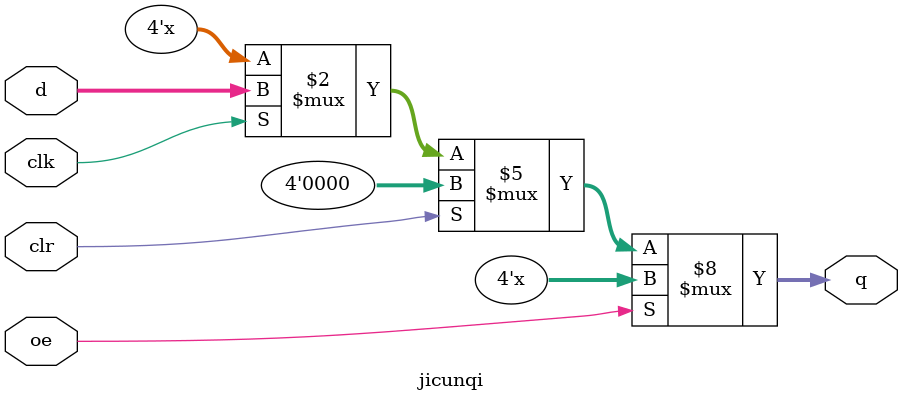
<source format=v>
`timescale 1ns / 1ps
module jicunqi(d,clk,oe,clr,q);
	input[3:0] d;
	input clk,oe,clr;
	output reg[3:0] q;
	always@(oe or clr or clk)
	begin
		if(oe)
			q<=4'bzzzz;
		else if(clr)
			q<= 4'b0000;
		else if(clk)
		begin
			q <= d;
		end
	end
endmodule

</source>
